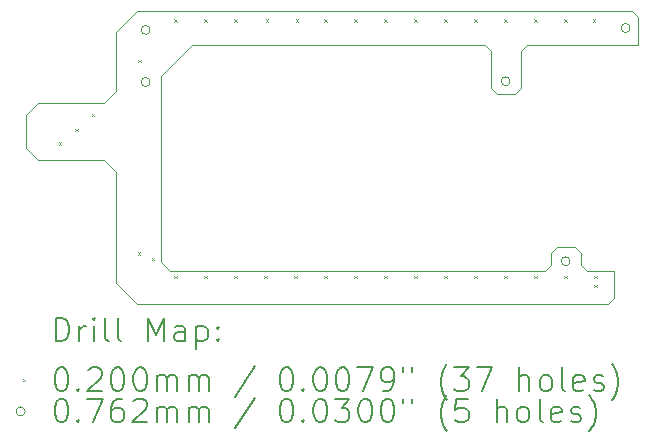
<source format=gbr>
%TF.GenerationSoftware,KiCad,Pcbnew,7.0.5-0*%
%TF.CreationDate,2023-06-17T21:21:15-07:00*%
%TF.ProjectId,JumperlessLEDboard,4a756d70-6572-46c6-9573-734c4544626f,rev?*%
%TF.SameCoordinates,Original*%
%TF.FileFunction,Drillmap*%
%TF.FilePolarity,Positive*%
%FSLAX45Y45*%
G04 Gerber Fmt 4.5, Leading zero omitted, Abs format (unit mm)*
G04 Created by KiCad (PCBNEW 7.0.5-0) date 2023-06-17 21:21:15*
%MOMM*%
%LPD*%
G01*
G04 APERTURE LIST*
%ADD10C,0.100000*%
%ADD11C,0.200000*%
%ADD12C,0.020000*%
%ADD13C,0.076200*%
G04 APERTURE END LIST*
D10*
X8597900Y-7467600D02*
X9156700Y-7467600D01*
X9436100Y-6204214D02*
X9258300Y-6382014D01*
X9639300Y-6756400D02*
X9639300Y-6801114D01*
X13195300Y-8255000D02*
X13144500Y-8204200D01*
X9258300Y-8509000D02*
X9258300Y-7569200D01*
X9906000Y-6489700D02*
X9639300Y-6756400D01*
X12433300Y-6858000D02*
X12484100Y-6908800D01*
X8496300Y-7366000D02*
X8597900Y-7467600D01*
X8496300Y-7086600D02*
X8496300Y-7366000D01*
X9258300Y-6883400D02*
X9156700Y-6985000D01*
X12433300Y-6540500D02*
X12382500Y-6489700D01*
X12941300Y-8356600D02*
X12941300Y-8255000D01*
X9436100Y-8686800D02*
X9258300Y-8509000D01*
X13627100Y-6204214D02*
X13677900Y-6255014D01*
X13474700Y-8636000D02*
X13474700Y-8407400D01*
X9156700Y-7467600D02*
X9258300Y-7569200D01*
X12687300Y-6540500D02*
X12687300Y-6858000D01*
X9258300Y-6382014D02*
X9258300Y-6654800D01*
X9436100Y-8686800D02*
X13423900Y-8686800D01*
X13474700Y-8636000D02*
X13423900Y-8686800D01*
X9639300Y-8331200D02*
X9715500Y-8407400D01*
X12433300Y-6858000D02*
X12433300Y-6540500D01*
X9258300Y-6654800D02*
X9258300Y-6883400D01*
X12941300Y-8356600D02*
X12890500Y-8407400D01*
X13195300Y-8255000D02*
X13195300Y-8356600D01*
X13246100Y-8407400D02*
X13474700Y-8407400D01*
X12687300Y-6540500D02*
X12738100Y-6489700D01*
X12992100Y-8204200D02*
X13144500Y-8204200D01*
X13195300Y-8356600D02*
X13246100Y-8407400D01*
X8597900Y-6985000D02*
X8496300Y-7086600D01*
X12941300Y-8255000D02*
X12992100Y-8204200D01*
X9906000Y-6489700D02*
X12382500Y-6489700D01*
X12890500Y-8407400D02*
X9715500Y-8407400D01*
X9639300Y-8331200D02*
X9639300Y-6801114D01*
X12636500Y-6908800D02*
X12484100Y-6908800D01*
X12687300Y-6858000D02*
X12636500Y-6908800D01*
X13677900Y-6255014D02*
X13677900Y-6489700D01*
X9156700Y-6985000D02*
X8597900Y-6985000D01*
X13627100Y-6204214D02*
X9436100Y-6204214D01*
X12738100Y-6489700D02*
X13677900Y-6489700D01*
D11*
D12*
X8778400Y-7317900D02*
X8798400Y-7337900D01*
X8798400Y-7317900D02*
X8778400Y-7337900D01*
X8918100Y-7203600D02*
X8938100Y-7223600D01*
X8938100Y-7203600D02*
X8918100Y-7223600D01*
X9057800Y-7076600D02*
X9077800Y-7096600D01*
X9077800Y-7076600D02*
X9057800Y-7096600D01*
X9447250Y-8249250D02*
X9467250Y-8269250D01*
X9467250Y-8249250D02*
X9447250Y-8269250D01*
X9451500Y-6619400D02*
X9471500Y-6639400D01*
X9471500Y-6619400D02*
X9451500Y-6639400D01*
X9565800Y-8295800D02*
X9585800Y-8315800D01*
X9585800Y-8295800D02*
X9565800Y-8315800D01*
X9756300Y-6276500D02*
X9776300Y-6296500D01*
X9776300Y-6276500D02*
X9756300Y-6296500D01*
X9756300Y-8448200D02*
X9776300Y-8468200D01*
X9776300Y-8448200D02*
X9756300Y-8468200D01*
X10010300Y-6276500D02*
X10030300Y-6296500D01*
X10030300Y-6276500D02*
X10010300Y-6296500D01*
X10010300Y-8448200D02*
X10030300Y-8468200D01*
X10030300Y-8448200D02*
X10010300Y-8468200D01*
X10264300Y-6276500D02*
X10284300Y-6296500D01*
X10284300Y-6276500D02*
X10264300Y-6296500D01*
X10264300Y-8448200D02*
X10284300Y-8468200D01*
X10284300Y-8448200D02*
X10264300Y-8468200D01*
X10518300Y-8448200D02*
X10538300Y-8468200D01*
X10538300Y-8448200D02*
X10518300Y-8468200D01*
X10531000Y-6276500D02*
X10551000Y-6296500D01*
X10551000Y-6276500D02*
X10531000Y-6296500D01*
X10772300Y-8448200D02*
X10792300Y-8468200D01*
X10792300Y-8448200D02*
X10772300Y-8468200D01*
X10785000Y-6276500D02*
X10805000Y-6296500D01*
X10805000Y-6276500D02*
X10785000Y-6296500D01*
X11026300Y-6276500D02*
X11046300Y-6296500D01*
X11046300Y-6276500D02*
X11026300Y-6296500D01*
X11026300Y-8448200D02*
X11046300Y-8468200D01*
X11046300Y-8448200D02*
X11026300Y-8468200D01*
X11280300Y-6276500D02*
X11300300Y-6296500D01*
X11300300Y-6276500D02*
X11280300Y-6296500D01*
X11280300Y-8448200D02*
X11300300Y-8468200D01*
X11300300Y-8448200D02*
X11280300Y-8468200D01*
X11534300Y-6276500D02*
X11554300Y-6296500D01*
X11554300Y-6276500D02*
X11534300Y-6296500D01*
X11534300Y-8448200D02*
X11554300Y-8468200D01*
X11554300Y-8448200D02*
X11534300Y-8468200D01*
X11788300Y-6276500D02*
X11808300Y-6296500D01*
X11808300Y-6276500D02*
X11788300Y-6296500D01*
X11788300Y-8448200D02*
X11808300Y-8468200D01*
X11808300Y-8448200D02*
X11788300Y-8468200D01*
X12042300Y-6276500D02*
X12062300Y-6296500D01*
X12062300Y-6276500D02*
X12042300Y-6296500D01*
X12042300Y-8448200D02*
X12062300Y-8468200D01*
X12062300Y-8448200D02*
X12042300Y-8468200D01*
X12296300Y-6276500D02*
X12316300Y-6296500D01*
X12316300Y-6276500D02*
X12296300Y-6296500D01*
X12296300Y-8448200D02*
X12316300Y-8468200D01*
X12316300Y-8448200D02*
X12296300Y-8468200D01*
X12550300Y-6276500D02*
X12570300Y-6296500D01*
X12570300Y-6276500D02*
X12550300Y-6296500D01*
X12550300Y-8448200D02*
X12570300Y-8468200D01*
X12570300Y-8448200D02*
X12550300Y-8468200D01*
X12804300Y-6276500D02*
X12824300Y-6296500D01*
X12824300Y-6276500D02*
X12804300Y-6296500D01*
X12804300Y-8448200D02*
X12824300Y-8468200D01*
X12824300Y-8448200D02*
X12804300Y-8468200D01*
X13058300Y-6276500D02*
X13078300Y-6296500D01*
X13078300Y-6276500D02*
X13058300Y-6296500D01*
X13058300Y-8448200D02*
X13078300Y-8468200D01*
X13078300Y-8448200D02*
X13058300Y-8468200D01*
X13299600Y-6276500D02*
X13319600Y-6296500D01*
X13319600Y-6276500D02*
X13299600Y-6296500D01*
X13312300Y-8448200D02*
X13332300Y-8468200D01*
X13332300Y-8448200D02*
X13312300Y-8468200D01*
X13312300Y-8524400D02*
X13332300Y-8544400D01*
X13332300Y-8524400D02*
X13312300Y-8544400D01*
D13*
X9550400Y-6365240D02*
G75*
G03*
X9550400Y-6365240I-38100J0D01*
G01*
X9550400Y-6807200D02*
G75*
G03*
X9550400Y-6807200I-38100J0D01*
G01*
X12598400Y-6799580D02*
G75*
G03*
X12598400Y-6799580I-38100J0D01*
G01*
X13106400Y-8323580D02*
G75*
G03*
X13106400Y-8323580I-38100J0D01*
G01*
X13614400Y-6350000D02*
G75*
G03*
X13614400Y-6350000I-38100J0D01*
G01*
D11*
X8752077Y-9003284D02*
X8752077Y-8803284D01*
X8752077Y-8803284D02*
X8799696Y-8803284D01*
X8799696Y-8803284D02*
X8828267Y-8812808D01*
X8828267Y-8812808D02*
X8847315Y-8831855D01*
X8847315Y-8831855D02*
X8856839Y-8850903D01*
X8856839Y-8850903D02*
X8866363Y-8888998D01*
X8866363Y-8888998D02*
X8866363Y-8917570D01*
X8866363Y-8917570D02*
X8856839Y-8955665D01*
X8856839Y-8955665D02*
X8847315Y-8974712D01*
X8847315Y-8974712D02*
X8828267Y-8993760D01*
X8828267Y-8993760D02*
X8799696Y-9003284D01*
X8799696Y-9003284D02*
X8752077Y-9003284D01*
X8952077Y-9003284D02*
X8952077Y-8869950D01*
X8952077Y-8908046D02*
X8961601Y-8888998D01*
X8961601Y-8888998D02*
X8971124Y-8879474D01*
X8971124Y-8879474D02*
X8990172Y-8869950D01*
X8990172Y-8869950D02*
X9009220Y-8869950D01*
X9075886Y-9003284D02*
X9075886Y-8869950D01*
X9075886Y-8803284D02*
X9066363Y-8812808D01*
X9066363Y-8812808D02*
X9075886Y-8822331D01*
X9075886Y-8822331D02*
X9085410Y-8812808D01*
X9085410Y-8812808D02*
X9075886Y-8803284D01*
X9075886Y-8803284D02*
X9075886Y-8822331D01*
X9199696Y-9003284D02*
X9180648Y-8993760D01*
X9180648Y-8993760D02*
X9171124Y-8974712D01*
X9171124Y-8974712D02*
X9171124Y-8803284D01*
X9304458Y-9003284D02*
X9285410Y-8993760D01*
X9285410Y-8993760D02*
X9275886Y-8974712D01*
X9275886Y-8974712D02*
X9275886Y-8803284D01*
X9533029Y-9003284D02*
X9533029Y-8803284D01*
X9533029Y-8803284D02*
X9599696Y-8946141D01*
X9599696Y-8946141D02*
X9666363Y-8803284D01*
X9666363Y-8803284D02*
X9666363Y-9003284D01*
X9847315Y-9003284D02*
X9847315Y-8898522D01*
X9847315Y-8898522D02*
X9837791Y-8879474D01*
X9837791Y-8879474D02*
X9818744Y-8869950D01*
X9818744Y-8869950D02*
X9780648Y-8869950D01*
X9780648Y-8869950D02*
X9761601Y-8879474D01*
X9847315Y-8993760D02*
X9828267Y-9003284D01*
X9828267Y-9003284D02*
X9780648Y-9003284D01*
X9780648Y-9003284D02*
X9761601Y-8993760D01*
X9761601Y-8993760D02*
X9752077Y-8974712D01*
X9752077Y-8974712D02*
X9752077Y-8955665D01*
X9752077Y-8955665D02*
X9761601Y-8936617D01*
X9761601Y-8936617D02*
X9780648Y-8927093D01*
X9780648Y-8927093D02*
X9828267Y-8927093D01*
X9828267Y-8927093D02*
X9847315Y-8917570D01*
X9942553Y-8869950D02*
X9942553Y-9069950D01*
X9942553Y-8879474D02*
X9961601Y-8869950D01*
X9961601Y-8869950D02*
X9999696Y-8869950D01*
X9999696Y-8869950D02*
X10018744Y-8879474D01*
X10018744Y-8879474D02*
X10028267Y-8888998D01*
X10028267Y-8888998D02*
X10037791Y-8908046D01*
X10037791Y-8908046D02*
X10037791Y-8965189D01*
X10037791Y-8965189D02*
X10028267Y-8984236D01*
X10028267Y-8984236D02*
X10018744Y-8993760D01*
X10018744Y-8993760D02*
X9999696Y-9003284D01*
X9999696Y-9003284D02*
X9961601Y-9003284D01*
X9961601Y-9003284D02*
X9942553Y-8993760D01*
X10123505Y-8984236D02*
X10133029Y-8993760D01*
X10133029Y-8993760D02*
X10123505Y-9003284D01*
X10123505Y-9003284D02*
X10113982Y-8993760D01*
X10113982Y-8993760D02*
X10123505Y-8984236D01*
X10123505Y-8984236D02*
X10123505Y-9003284D01*
X10123505Y-8879474D02*
X10133029Y-8888998D01*
X10133029Y-8888998D02*
X10123505Y-8898522D01*
X10123505Y-8898522D02*
X10113982Y-8888998D01*
X10113982Y-8888998D02*
X10123505Y-8879474D01*
X10123505Y-8879474D02*
X10123505Y-8898522D01*
D12*
X8471300Y-9321800D02*
X8491300Y-9341800D01*
X8491300Y-9321800D02*
X8471300Y-9341800D01*
D11*
X8790172Y-9223284D02*
X8809220Y-9223284D01*
X8809220Y-9223284D02*
X8828267Y-9232808D01*
X8828267Y-9232808D02*
X8837791Y-9242331D01*
X8837791Y-9242331D02*
X8847315Y-9261379D01*
X8847315Y-9261379D02*
X8856839Y-9299474D01*
X8856839Y-9299474D02*
X8856839Y-9347093D01*
X8856839Y-9347093D02*
X8847315Y-9385189D01*
X8847315Y-9385189D02*
X8837791Y-9404236D01*
X8837791Y-9404236D02*
X8828267Y-9413760D01*
X8828267Y-9413760D02*
X8809220Y-9423284D01*
X8809220Y-9423284D02*
X8790172Y-9423284D01*
X8790172Y-9423284D02*
X8771124Y-9413760D01*
X8771124Y-9413760D02*
X8761601Y-9404236D01*
X8761601Y-9404236D02*
X8752077Y-9385189D01*
X8752077Y-9385189D02*
X8742553Y-9347093D01*
X8742553Y-9347093D02*
X8742553Y-9299474D01*
X8742553Y-9299474D02*
X8752077Y-9261379D01*
X8752077Y-9261379D02*
X8761601Y-9242331D01*
X8761601Y-9242331D02*
X8771124Y-9232808D01*
X8771124Y-9232808D02*
X8790172Y-9223284D01*
X8942553Y-9404236D02*
X8952077Y-9413760D01*
X8952077Y-9413760D02*
X8942553Y-9423284D01*
X8942553Y-9423284D02*
X8933029Y-9413760D01*
X8933029Y-9413760D02*
X8942553Y-9404236D01*
X8942553Y-9404236D02*
X8942553Y-9423284D01*
X9028267Y-9242331D02*
X9037791Y-9232808D01*
X9037791Y-9232808D02*
X9056839Y-9223284D01*
X9056839Y-9223284D02*
X9104458Y-9223284D01*
X9104458Y-9223284D02*
X9123505Y-9232808D01*
X9123505Y-9232808D02*
X9133029Y-9242331D01*
X9133029Y-9242331D02*
X9142553Y-9261379D01*
X9142553Y-9261379D02*
X9142553Y-9280427D01*
X9142553Y-9280427D02*
X9133029Y-9308998D01*
X9133029Y-9308998D02*
X9018744Y-9423284D01*
X9018744Y-9423284D02*
X9142553Y-9423284D01*
X9266363Y-9223284D02*
X9285410Y-9223284D01*
X9285410Y-9223284D02*
X9304458Y-9232808D01*
X9304458Y-9232808D02*
X9313982Y-9242331D01*
X9313982Y-9242331D02*
X9323505Y-9261379D01*
X9323505Y-9261379D02*
X9333029Y-9299474D01*
X9333029Y-9299474D02*
X9333029Y-9347093D01*
X9333029Y-9347093D02*
X9323505Y-9385189D01*
X9323505Y-9385189D02*
X9313982Y-9404236D01*
X9313982Y-9404236D02*
X9304458Y-9413760D01*
X9304458Y-9413760D02*
X9285410Y-9423284D01*
X9285410Y-9423284D02*
X9266363Y-9423284D01*
X9266363Y-9423284D02*
X9247315Y-9413760D01*
X9247315Y-9413760D02*
X9237791Y-9404236D01*
X9237791Y-9404236D02*
X9228267Y-9385189D01*
X9228267Y-9385189D02*
X9218744Y-9347093D01*
X9218744Y-9347093D02*
X9218744Y-9299474D01*
X9218744Y-9299474D02*
X9228267Y-9261379D01*
X9228267Y-9261379D02*
X9237791Y-9242331D01*
X9237791Y-9242331D02*
X9247315Y-9232808D01*
X9247315Y-9232808D02*
X9266363Y-9223284D01*
X9456839Y-9223284D02*
X9475886Y-9223284D01*
X9475886Y-9223284D02*
X9494934Y-9232808D01*
X9494934Y-9232808D02*
X9504458Y-9242331D01*
X9504458Y-9242331D02*
X9513982Y-9261379D01*
X9513982Y-9261379D02*
X9523505Y-9299474D01*
X9523505Y-9299474D02*
X9523505Y-9347093D01*
X9523505Y-9347093D02*
X9513982Y-9385189D01*
X9513982Y-9385189D02*
X9504458Y-9404236D01*
X9504458Y-9404236D02*
X9494934Y-9413760D01*
X9494934Y-9413760D02*
X9475886Y-9423284D01*
X9475886Y-9423284D02*
X9456839Y-9423284D01*
X9456839Y-9423284D02*
X9437791Y-9413760D01*
X9437791Y-9413760D02*
X9428267Y-9404236D01*
X9428267Y-9404236D02*
X9418744Y-9385189D01*
X9418744Y-9385189D02*
X9409220Y-9347093D01*
X9409220Y-9347093D02*
X9409220Y-9299474D01*
X9409220Y-9299474D02*
X9418744Y-9261379D01*
X9418744Y-9261379D02*
X9428267Y-9242331D01*
X9428267Y-9242331D02*
X9437791Y-9232808D01*
X9437791Y-9232808D02*
X9456839Y-9223284D01*
X9609220Y-9423284D02*
X9609220Y-9289950D01*
X9609220Y-9308998D02*
X9618744Y-9299474D01*
X9618744Y-9299474D02*
X9637791Y-9289950D01*
X9637791Y-9289950D02*
X9666363Y-9289950D01*
X9666363Y-9289950D02*
X9685410Y-9299474D01*
X9685410Y-9299474D02*
X9694934Y-9318522D01*
X9694934Y-9318522D02*
X9694934Y-9423284D01*
X9694934Y-9318522D02*
X9704458Y-9299474D01*
X9704458Y-9299474D02*
X9723505Y-9289950D01*
X9723505Y-9289950D02*
X9752077Y-9289950D01*
X9752077Y-9289950D02*
X9771125Y-9299474D01*
X9771125Y-9299474D02*
X9780648Y-9318522D01*
X9780648Y-9318522D02*
X9780648Y-9423284D01*
X9875886Y-9423284D02*
X9875886Y-9289950D01*
X9875886Y-9308998D02*
X9885410Y-9299474D01*
X9885410Y-9299474D02*
X9904458Y-9289950D01*
X9904458Y-9289950D02*
X9933029Y-9289950D01*
X9933029Y-9289950D02*
X9952077Y-9299474D01*
X9952077Y-9299474D02*
X9961601Y-9318522D01*
X9961601Y-9318522D02*
X9961601Y-9423284D01*
X9961601Y-9318522D02*
X9971125Y-9299474D01*
X9971125Y-9299474D02*
X9990172Y-9289950D01*
X9990172Y-9289950D02*
X10018744Y-9289950D01*
X10018744Y-9289950D02*
X10037791Y-9299474D01*
X10037791Y-9299474D02*
X10047315Y-9318522D01*
X10047315Y-9318522D02*
X10047315Y-9423284D01*
X10437791Y-9213760D02*
X10266363Y-9470903D01*
X10694934Y-9223284D02*
X10713982Y-9223284D01*
X10713982Y-9223284D02*
X10733029Y-9232808D01*
X10733029Y-9232808D02*
X10742553Y-9242331D01*
X10742553Y-9242331D02*
X10752077Y-9261379D01*
X10752077Y-9261379D02*
X10761601Y-9299474D01*
X10761601Y-9299474D02*
X10761601Y-9347093D01*
X10761601Y-9347093D02*
X10752077Y-9385189D01*
X10752077Y-9385189D02*
X10742553Y-9404236D01*
X10742553Y-9404236D02*
X10733029Y-9413760D01*
X10733029Y-9413760D02*
X10713982Y-9423284D01*
X10713982Y-9423284D02*
X10694934Y-9423284D01*
X10694934Y-9423284D02*
X10675887Y-9413760D01*
X10675887Y-9413760D02*
X10666363Y-9404236D01*
X10666363Y-9404236D02*
X10656839Y-9385189D01*
X10656839Y-9385189D02*
X10647315Y-9347093D01*
X10647315Y-9347093D02*
X10647315Y-9299474D01*
X10647315Y-9299474D02*
X10656839Y-9261379D01*
X10656839Y-9261379D02*
X10666363Y-9242331D01*
X10666363Y-9242331D02*
X10675887Y-9232808D01*
X10675887Y-9232808D02*
X10694934Y-9223284D01*
X10847315Y-9404236D02*
X10856839Y-9413760D01*
X10856839Y-9413760D02*
X10847315Y-9423284D01*
X10847315Y-9423284D02*
X10837791Y-9413760D01*
X10837791Y-9413760D02*
X10847315Y-9404236D01*
X10847315Y-9404236D02*
X10847315Y-9423284D01*
X10980648Y-9223284D02*
X10999696Y-9223284D01*
X10999696Y-9223284D02*
X11018744Y-9232808D01*
X11018744Y-9232808D02*
X11028268Y-9242331D01*
X11028268Y-9242331D02*
X11037791Y-9261379D01*
X11037791Y-9261379D02*
X11047315Y-9299474D01*
X11047315Y-9299474D02*
X11047315Y-9347093D01*
X11047315Y-9347093D02*
X11037791Y-9385189D01*
X11037791Y-9385189D02*
X11028268Y-9404236D01*
X11028268Y-9404236D02*
X11018744Y-9413760D01*
X11018744Y-9413760D02*
X10999696Y-9423284D01*
X10999696Y-9423284D02*
X10980648Y-9423284D01*
X10980648Y-9423284D02*
X10961601Y-9413760D01*
X10961601Y-9413760D02*
X10952077Y-9404236D01*
X10952077Y-9404236D02*
X10942553Y-9385189D01*
X10942553Y-9385189D02*
X10933029Y-9347093D01*
X10933029Y-9347093D02*
X10933029Y-9299474D01*
X10933029Y-9299474D02*
X10942553Y-9261379D01*
X10942553Y-9261379D02*
X10952077Y-9242331D01*
X10952077Y-9242331D02*
X10961601Y-9232808D01*
X10961601Y-9232808D02*
X10980648Y-9223284D01*
X11171125Y-9223284D02*
X11190172Y-9223284D01*
X11190172Y-9223284D02*
X11209220Y-9232808D01*
X11209220Y-9232808D02*
X11218744Y-9242331D01*
X11218744Y-9242331D02*
X11228267Y-9261379D01*
X11228267Y-9261379D02*
X11237791Y-9299474D01*
X11237791Y-9299474D02*
X11237791Y-9347093D01*
X11237791Y-9347093D02*
X11228267Y-9385189D01*
X11228267Y-9385189D02*
X11218744Y-9404236D01*
X11218744Y-9404236D02*
X11209220Y-9413760D01*
X11209220Y-9413760D02*
X11190172Y-9423284D01*
X11190172Y-9423284D02*
X11171125Y-9423284D01*
X11171125Y-9423284D02*
X11152077Y-9413760D01*
X11152077Y-9413760D02*
X11142553Y-9404236D01*
X11142553Y-9404236D02*
X11133029Y-9385189D01*
X11133029Y-9385189D02*
X11123506Y-9347093D01*
X11123506Y-9347093D02*
X11123506Y-9299474D01*
X11123506Y-9299474D02*
X11133029Y-9261379D01*
X11133029Y-9261379D02*
X11142553Y-9242331D01*
X11142553Y-9242331D02*
X11152077Y-9232808D01*
X11152077Y-9232808D02*
X11171125Y-9223284D01*
X11304458Y-9223284D02*
X11437791Y-9223284D01*
X11437791Y-9223284D02*
X11352077Y-9423284D01*
X11523506Y-9423284D02*
X11561601Y-9423284D01*
X11561601Y-9423284D02*
X11580648Y-9413760D01*
X11580648Y-9413760D02*
X11590172Y-9404236D01*
X11590172Y-9404236D02*
X11609220Y-9375665D01*
X11609220Y-9375665D02*
X11618744Y-9337570D01*
X11618744Y-9337570D02*
X11618744Y-9261379D01*
X11618744Y-9261379D02*
X11609220Y-9242331D01*
X11609220Y-9242331D02*
X11599696Y-9232808D01*
X11599696Y-9232808D02*
X11580648Y-9223284D01*
X11580648Y-9223284D02*
X11542553Y-9223284D01*
X11542553Y-9223284D02*
X11523506Y-9232808D01*
X11523506Y-9232808D02*
X11513982Y-9242331D01*
X11513982Y-9242331D02*
X11504458Y-9261379D01*
X11504458Y-9261379D02*
X11504458Y-9308998D01*
X11504458Y-9308998D02*
X11513982Y-9328046D01*
X11513982Y-9328046D02*
X11523506Y-9337570D01*
X11523506Y-9337570D02*
X11542553Y-9347093D01*
X11542553Y-9347093D02*
X11580648Y-9347093D01*
X11580648Y-9347093D02*
X11599696Y-9337570D01*
X11599696Y-9337570D02*
X11609220Y-9328046D01*
X11609220Y-9328046D02*
X11618744Y-9308998D01*
X11694934Y-9223284D02*
X11694934Y-9261379D01*
X11771125Y-9223284D02*
X11771125Y-9261379D01*
X12066363Y-9499474D02*
X12056839Y-9489950D01*
X12056839Y-9489950D02*
X12037791Y-9461379D01*
X12037791Y-9461379D02*
X12028268Y-9442331D01*
X12028268Y-9442331D02*
X12018744Y-9413760D01*
X12018744Y-9413760D02*
X12009220Y-9366141D01*
X12009220Y-9366141D02*
X12009220Y-9328046D01*
X12009220Y-9328046D02*
X12018744Y-9280427D01*
X12018744Y-9280427D02*
X12028268Y-9251855D01*
X12028268Y-9251855D02*
X12037791Y-9232808D01*
X12037791Y-9232808D02*
X12056839Y-9204236D01*
X12056839Y-9204236D02*
X12066363Y-9194712D01*
X12123506Y-9223284D02*
X12247315Y-9223284D01*
X12247315Y-9223284D02*
X12180648Y-9299474D01*
X12180648Y-9299474D02*
X12209220Y-9299474D01*
X12209220Y-9299474D02*
X12228268Y-9308998D01*
X12228268Y-9308998D02*
X12237791Y-9318522D01*
X12237791Y-9318522D02*
X12247315Y-9337570D01*
X12247315Y-9337570D02*
X12247315Y-9385189D01*
X12247315Y-9385189D02*
X12237791Y-9404236D01*
X12237791Y-9404236D02*
X12228268Y-9413760D01*
X12228268Y-9413760D02*
X12209220Y-9423284D01*
X12209220Y-9423284D02*
X12152077Y-9423284D01*
X12152077Y-9423284D02*
X12133029Y-9413760D01*
X12133029Y-9413760D02*
X12123506Y-9404236D01*
X12313982Y-9223284D02*
X12447315Y-9223284D01*
X12447315Y-9223284D02*
X12361601Y-9423284D01*
X12675887Y-9423284D02*
X12675887Y-9223284D01*
X12761601Y-9423284D02*
X12761601Y-9318522D01*
X12761601Y-9318522D02*
X12752077Y-9299474D01*
X12752077Y-9299474D02*
X12733030Y-9289950D01*
X12733030Y-9289950D02*
X12704458Y-9289950D01*
X12704458Y-9289950D02*
X12685410Y-9299474D01*
X12685410Y-9299474D02*
X12675887Y-9308998D01*
X12885410Y-9423284D02*
X12866363Y-9413760D01*
X12866363Y-9413760D02*
X12856839Y-9404236D01*
X12856839Y-9404236D02*
X12847315Y-9385189D01*
X12847315Y-9385189D02*
X12847315Y-9328046D01*
X12847315Y-9328046D02*
X12856839Y-9308998D01*
X12856839Y-9308998D02*
X12866363Y-9299474D01*
X12866363Y-9299474D02*
X12885410Y-9289950D01*
X12885410Y-9289950D02*
X12913982Y-9289950D01*
X12913982Y-9289950D02*
X12933030Y-9299474D01*
X12933030Y-9299474D02*
X12942553Y-9308998D01*
X12942553Y-9308998D02*
X12952077Y-9328046D01*
X12952077Y-9328046D02*
X12952077Y-9385189D01*
X12952077Y-9385189D02*
X12942553Y-9404236D01*
X12942553Y-9404236D02*
X12933030Y-9413760D01*
X12933030Y-9413760D02*
X12913982Y-9423284D01*
X12913982Y-9423284D02*
X12885410Y-9423284D01*
X13066363Y-9423284D02*
X13047315Y-9413760D01*
X13047315Y-9413760D02*
X13037791Y-9394712D01*
X13037791Y-9394712D02*
X13037791Y-9223284D01*
X13218744Y-9413760D02*
X13199696Y-9423284D01*
X13199696Y-9423284D02*
X13161601Y-9423284D01*
X13161601Y-9423284D02*
X13142553Y-9413760D01*
X13142553Y-9413760D02*
X13133030Y-9394712D01*
X13133030Y-9394712D02*
X13133030Y-9318522D01*
X13133030Y-9318522D02*
X13142553Y-9299474D01*
X13142553Y-9299474D02*
X13161601Y-9289950D01*
X13161601Y-9289950D02*
X13199696Y-9289950D01*
X13199696Y-9289950D02*
X13218744Y-9299474D01*
X13218744Y-9299474D02*
X13228268Y-9318522D01*
X13228268Y-9318522D02*
X13228268Y-9337570D01*
X13228268Y-9337570D02*
X13133030Y-9356617D01*
X13304458Y-9413760D02*
X13323506Y-9423284D01*
X13323506Y-9423284D02*
X13361601Y-9423284D01*
X13361601Y-9423284D02*
X13380649Y-9413760D01*
X13380649Y-9413760D02*
X13390172Y-9394712D01*
X13390172Y-9394712D02*
X13390172Y-9385189D01*
X13390172Y-9385189D02*
X13380649Y-9366141D01*
X13380649Y-9366141D02*
X13361601Y-9356617D01*
X13361601Y-9356617D02*
X13333030Y-9356617D01*
X13333030Y-9356617D02*
X13313982Y-9347093D01*
X13313982Y-9347093D02*
X13304458Y-9328046D01*
X13304458Y-9328046D02*
X13304458Y-9318522D01*
X13304458Y-9318522D02*
X13313982Y-9299474D01*
X13313982Y-9299474D02*
X13333030Y-9289950D01*
X13333030Y-9289950D02*
X13361601Y-9289950D01*
X13361601Y-9289950D02*
X13380649Y-9299474D01*
X13456839Y-9499474D02*
X13466363Y-9489950D01*
X13466363Y-9489950D02*
X13485411Y-9461379D01*
X13485411Y-9461379D02*
X13494934Y-9442331D01*
X13494934Y-9442331D02*
X13504458Y-9413760D01*
X13504458Y-9413760D02*
X13513982Y-9366141D01*
X13513982Y-9366141D02*
X13513982Y-9328046D01*
X13513982Y-9328046D02*
X13504458Y-9280427D01*
X13504458Y-9280427D02*
X13494934Y-9251855D01*
X13494934Y-9251855D02*
X13485411Y-9232808D01*
X13485411Y-9232808D02*
X13466363Y-9204236D01*
X13466363Y-9204236D02*
X13456839Y-9194712D01*
D13*
X8491300Y-9595800D02*
G75*
G03*
X8491300Y-9595800I-38100J0D01*
G01*
D11*
X8790172Y-9487284D02*
X8809220Y-9487284D01*
X8809220Y-9487284D02*
X8828267Y-9496808D01*
X8828267Y-9496808D02*
X8837791Y-9506331D01*
X8837791Y-9506331D02*
X8847315Y-9525379D01*
X8847315Y-9525379D02*
X8856839Y-9563474D01*
X8856839Y-9563474D02*
X8856839Y-9611093D01*
X8856839Y-9611093D02*
X8847315Y-9649189D01*
X8847315Y-9649189D02*
X8837791Y-9668236D01*
X8837791Y-9668236D02*
X8828267Y-9677760D01*
X8828267Y-9677760D02*
X8809220Y-9687284D01*
X8809220Y-9687284D02*
X8790172Y-9687284D01*
X8790172Y-9687284D02*
X8771124Y-9677760D01*
X8771124Y-9677760D02*
X8761601Y-9668236D01*
X8761601Y-9668236D02*
X8752077Y-9649189D01*
X8752077Y-9649189D02*
X8742553Y-9611093D01*
X8742553Y-9611093D02*
X8742553Y-9563474D01*
X8742553Y-9563474D02*
X8752077Y-9525379D01*
X8752077Y-9525379D02*
X8761601Y-9506331D01*
X8761601Y-9506331D02*
X8771124Y-9496808D01*
X8771124Y-9496808D02*
X8790172Y-9487284D01*
X8942553Y-9668236D02*
X8952077Y-9677760D01*
X8952077Y-9677760D02*
X8942553Y-9687284D01*
X8942553Y-9687284D02*
X8933029Y-9677760D01*
X8933029Y-9677760D02*
X8942553Y-9668236D01*
X8942553Y-9668236D02*
X8942553Y-9687284D01*
X9018744Y-9487284D02*
X9152077Y-9487284D01*
X9152077Y-9487284D02*
X9066363Y-9687284D01*
X9313982Y-9487284D02*
X9275886Y-9487284D01*
X9275886Y-9487284D02*
X9256839Y-9496808D01*
X9256839Y-9496808D02*
X9247315Y-9506331D01*
X9247315Y-9506331D02*
X9228267Y-9534903D01*
X9228267Y-9534903D02*
X9218744Y-9572998D01*
X9218744Y-9572998D02*
X9218744Y-9649189D01*
X9218744Y-9649189D02*
X9228267Y-9668236D01*
X9228267Y-9668236D02*
X9237791Y-9677760D01*
X9237791Y-9677760D02*
X9256839Y-9687284D01*
X9256839Y-9687284D02*
X9294934Y-9687284D01*
X9294934Y-9687284D02*
X9313982Y-9677760D01*
X9313982Y-9677760D02*
X9323505Y-9668236D01*
X9323505Y-9668236D02*
X9333029Y-9649189D01*
X9333029Y-9649189D02*
X9333029Y-9601570D01*
X9333029Y-9601570D02*
X9323505Y-9582522D01*
X9323505Y-9582522D02*
X9313982Y-9572998D01*
X9313982Y-9572998D02*
X9294934Y-9563474D01*
X9294934Y-9563474D02*
X9256839Y-9563474D01*
X9256839Y-9563474D02*
X9237791Y-9572998D01*
X9237791Y-9572998D02*
X9228267Y-9582522D01*
X9228267Y-9582522D02*
X9218744Y-9601570D01*
X9409220Y-9506331D02*
X9418744Y-9496808D01*
X9418744Y-9496808D02*
X9437791Y-9487284D01*
X9437791Y-9487284D02*
X9485410Y-9487284D01*
X9485410Y-9487284D02*
X9504458Y-9496808D01*
X9504458Y-9496808D02*
X9513982Y-9506331D01*
X9513982Y-9506331D02*
X9523505Y-9525379D01*
X9523505Y-9525379D02*
X9523505Y-9544427D01*
X9523505Y-9544427D02*
X9513982Y-9572998D01*
X9513982Y-9572998D02*
X9399696Y-9687284D01*
X9399696Y-9687284D02*
X9523505Y-9687284D01*
X9609220Y-9687284D02*
X9609220Y-9553950D01*
X9609220Y-9572998D02*
X9618744Y-9563474D01*
X9618744Y-9563474D02*
X9637791Y-9553950D01*
X9637791Y-9553950D02*
X9666363Y-9553950D01*
X9666363Y-9553950D02*
X9685410Y-9563474D01*
X9685410Y-9563474D02*
X9694934Y-9582522D01*
X9694934Y-9582522D02*
X9694934Y-9687284D01*
X9694934Y-9582522D02*
X9704458Y-9563474D01*
X9704458Y-9563474D02*
X9723505Y-9553950D01*
X9723505Y-9553950D02*
X9752077Y-9553950D01*
X9752077Y-9553950D02*
X9771125Y-9563474D01*
X9771125Y-9563474D02*
X9780648Y-9582522D01*
X9780648Y-9582522D02*
X9780648Y-9687284D01*
X9875886Y-9687284D02*
X9875886Y-9553950D01*
X9875886Y-9572998D02*
X9885410Y-9563474D01*
X9885410Y-9563474D02*
X9904458Y-9553950D01*
X9904458Y-9553950D02*
X9933029Y-9553950D01*
X9933029Y-9553950D02*
X9952077Y-9563474D01*
X9952077Y-9563474D02*
X9961601Y-9582522D01*
X9961601Y-9582522D02*
X9961601Y-9687284D01*
X9961601Y-9582522D02*
X9971125Y-9563474D01*
X9971125Y-9563474D02*
X9990172Y-9553950D01*
X9990172Y-9553950D02*
X10018744Y-9553950D01*
X10018744Y-9553950D02*
X10037791Y-9563474D01*
X10037791Y-9563474D02*
X10047315Y-9582522D01*
X10047315Y-9582522D02*
X10047315Y-9687284D01*
X10437791Y-9477760D02*
X10266363Y-9734903D01*
X10694934Y-9487284D02*
X10713982Y-9487284D01*
X10713982Y-9487284D02*
X10733029Y-9496808D01*
X10733029Y-9496808D02*
X10742553Y-9506331D01*
X10742553Y-9506331D02*
X10752077Y-9525379D01*
X10752077Y-9525379D02*
X10761601Y-9563474D01*
X10761601Y-9563474D02*
X10761601Y-9611093D01*
X10761601Y-9611093D02*
X10752077Y-9649189D01*
X10752077Y-9649189D02*
X10742553Y-9668236D01*
X10742553Y-9668236D02*
X10733029Y-9677760D01*
X10733029Y-9677760D02*
X10713982Y-9687284D01*
X10713982Y-9687284D02*
X10694934Y-9687284D01*
X10694934Y-9687284D02*
X10675887Y-9677760D01*
X10675887Y-9677760D02*
X10666363Y-9668236D01*
X10666363Y-9668236D02*
X10656839Y-9649189D01*
X10656839Y-9649189D02*
X10647315Y-9611093D01*
X10647315Y-9611093D02*
X10647315Y-9563474D01*
X10647315Y-9563474D02*
X10656839Y-9525379D01*
X10656839Y-9525379D02*
X10666363Y-9506331D01*
X10666363Y-9506331D02*
X10675887Y-9496808D01*
X10675887Y-9496808D02*
X10694934Y-9487284D01*
X10847315Y-9668236D02*
X10856839Y-9677760D01*
X10856839Y-9677760D02*
X10847315Y-9687284D01*
X10847315Y-9687284D02*
X10837791Y-9677760D01*
X10837791Y-9677760D02*
X10847315Y-9668236D01*
X10847315Y-9668236D02*
X10847315Y-9687284D01*
X10980648Y-9487284D02*
X10999696Y-9487284D01*
X10999696Y-9487284D02*
X11018744Y-9496808D01*
X11018744Y-9496808D02*
X11028268Y-9506331D01*
X11028268Y-9506331D02*
X11037791Y-9525379D01*
X11037791Y-9525379D02*
X11047315Y-9563474D01*
X11047315Y-9563474D02*
X11047315Y-9611093D01*
X11047315Y-9611093D02*
X11037791Y-9649189D01*
X11037791Y-9649189D02*
X11028268Y-9668236D01*
X11028268Y-9668236D02*
X11018744Y-9677760D01*
X11018744Y-9677760D02*
X10999696Y-9687284D01*
X10999696Y-9687284D02*
X10980648Y-9687284D01*
X10980648Y-9687284D02*
X10961601Y-9677760D01*
X10961601Y-9677760D02*
X10952077Y-9668236D01*
X10952077Y-9668236D02*
X10942553Y-9649189D01*
X10942553Y-9649189D02*
X10933029Y-9611093D01*
X10933029Y-9611093D02*
X10933029Y-9563474D01*
X10933029Y-9563474D02*
X10942553Y-9525379D01*
X10942553Y-9525379D02*
X10952077Y-9506331D01*
X10952077Y-9506331D02*
X10961601Y-9496808D01*
X10961601Y-9496808D02*
X10980648Y-9487284D01*
X11113982Y-9487284D02*
X11237791Y-9487284D01*
X11237791Y-9487284D02*
X11171125Y-9563474D01*
X11171125Y-9563474D02*
X11199696Y-9563474D01*
X11199696Y-9563474D02*
X11218744Y-9572998D01*
X11218744Y-9572998D02*
X11228267Y-9582522D01*
X11228267Y-9582522D02*
X11237791Y-9601570D01*
X11237791Y-9601570D02*
X11237791Y-9649189D01*
X11237791Y-9649189D02*
X11228267Y-9668236D01*
X11228267Y-9668236D02*
X11218744Y-9677760D01*
X11218744Y-9677760D02*
X11199696Y-9687284D01*
X11199696Y-9687284D02*
X11142553Y-9687284D01*
X11142553Y-9687284D02*
X11123506Y-9677760D01*
X11123506Y-9677760D02*
X11113982Y-9668236D01*
X11361601Y-9487284D02*
X11380648Y-9487284D01*
X11380648Y-9487284D02*
X11399696Y-9496808D01*
X11399696Y-9496808D02*
X11409220Y-9506331D01*
X11409220Y-9506331D02*
X11418744Y-9525379D01*
X11418744Y-9525379D02*
X11428267Y-9563474D01*
X11428267Y-9563474D02*
X11428267Y-9611093D01*
X11428267Y-9611093D02*
X11418744Y-9649189D01*
X11418744Y-9649189D02*
X11409220Y-9668236D01*
X11409220Y-9668236D02*
X11399696Y-9677760D01*
X11399696Y-9677760D02*
X11380648Y-9687284D01*
X11380648Y-9687284D02*
X11361601Y-9687284D01*
X11361601Y-9687284D02*
X11342553Y-9677760D01*
X11342553Y-9677760D02*
X11333029Y-9668236D01*
X11333029Y-9668236D02*
X11323506Y-9649189D01*
X11323506Y-9649189D02*
X11313982Y-9611093D01*
X11313982Y-9611093D02*
X11313982Y-9563474D01*
X11313982Y-9563474D02*
X11323506Y-9525379D01*
X11323506Y-9525379D02*
X11333029Y-9506331D01*
X11333029Y-9506331D02*
X11342553Y-9496808D01*
X11342553Y-9496808D02*
X11361601Y-9487284D01*
X11552077Y-9487284D02*
X11571125Y-9487284D01*
X11571125Y-9487284D02*
X11590172Y-9496808D01*
X11590172Y-9496808D02*
X11599696Y-9506331D01*
X11599696Y-9506331D02*
X11609220Y-9525379D01*
X11609220Y-9525379D02*
X11618744Y-9563474D01*
X11618744Y-9563474D02*
X11618744Y-9611093D01*
X11618744Y-9611093D02*
X11609220Y-9649189D01*
X11609220Y-9649189D02*
X11599696Y-9668236D01*
X11599696Y-9668236D02*
X11590172Y-9677760D01*
X11590172Y-9677760D02*
X11571125Y-9687284D01*
X11571125Y-9687284D02*
X11552077Y-9687284D01*
X11552077Y-9687284D02*
X11533029Y-9677760D01*
X11533029Y-9677760D02*
X11523506Y-9668236D01*
X11523506Y-9668236D02*
X11513982Y-9649189D01*
X11513982Y-9649189D02*
X11504458Y-9611093D01*
X11504458Y-9611093D02*
X11504458Y-9563474D01*
X11504458Y-9563474D02*
X11513982Y-9525379D01*
X11513982Y-9525379D02*
X11523506Y-9506331D01*
X11523506Y-9506331D02*
X11533029Y-9496808D01*
X11533029Y-9496808D02*
X11552077Y-9487284D01*
X11694934Y-9487284D02*
X11694934Y-9525379D01*
X11771125Y-9487284D02*
X11771125Y-9525379D01*
X12066363Y-9763474D02*
X12056839Y-9753950D01*
X12056839Y-9753950D02*
X12037791Y-9725379D01*
X12037791Y-9725379D02*
X12028268Y-9706331D01*
X12028268Y-9706331D02*
X12018744Y-9677760D01*
X12018744Y-9677760D02*
X12009220Y-9630141D01*
X12009220Y-9630141D02*
X12009220Y-9592046D01*
X12009220Y-9592046D02*
X12018744Y-9544427D01*
X12018744Y-9544427D02*
X12028268Y-9515855D01*
X12028268Y-9515855D02*
X12037791Y-9496808D01*
X12037791Y-9496808D02*
X12056839Y-9468236D01*
X12056839Y-9468236D02*
X12066363Y-9458712D01*
X12237791Y-9487284D02*
X12142553Y-9487284D01*
X12142553Y-9487284D02*
X12133029Y-9582522D01*
X12133029Y-9582522D02*
X12142553Y-9572998D01*
X12142553Y-9572998D02*
X12161601Y-9563474D01*
X12161601Y-9563474D02*
X12209220Y-9563474D01*
X12209220Y-9563474D02*
X12228268Y-9572998D01*
X12228268Y-9572998D02*
X12237791Y-9582522D01*
X12237791Y-9582522D02*
X12247315Y-9601570D01*
X12247315Y-9601570D02*
X12247315Y-9649189D01*
X12247315Y-9649189D02*
X12237791Y-9668236D01*
X12237791Y-9668236D02*
X12228268Y-9677760D01*
X12228268Y-9677760D02*
X12209220Y-9687284D01*
X12209220Y-9687284D02*
X12161601Y-9687284D01*
X12161601Y-9687284D02*
X12142553Y-9677760D01*
X12142553Y-9677760D02*
X12133029Y-9668236D01*
X12485410Y-9687284D02*
X12485410Y-9487284D01*
X12571125Y-9687284D02*
X12571125Y-9582522D01*
X12571125Y-9582522D02*
X12561601Y-9563474D01*
X12561601Y-9563474D02*
X12542553Y-9553950D01*
X12542553Y-9553950D02*
X12513982Y-9553950D01*
X12513982Y-9553950D02*
X12494934Y-9563474D01*
X12494934Y-9563474D02*
X12485410Y-9572998D01*
X12694934Y-9687284D02*
X12675887Y-9677760D01*
X12675887Y-9677760D02*
X12666363Y-9668236D01*
X12666363Y-9668236D02*
X12656839Y-9649189D01*
X12656839Y-9649189D02*
X12656839Y-9592046D01*
X12656839Y-9592046D02*
X12666363Y-9572998D01*
X12666363Y-9572998D02*
X12675887Y-9563474D01*
X12675887Y-9563474D02*
X12694934Y-9553950D01*
X12694934Y-9553950D02*
X12723506Y-9553950D01*
X12723506Y-9553950D02*
X12742553Y-9563474D01*
X12742553Y-9563474D02*
X12752077Y-9572998D01*
X12752077Y-9572998D02*
X12761601Y-9592046D01*
X12761601Y-9592046D02*
X12761601Y-9649189D01*
X12761601Y-9649189D02*
X12752077Y-9668236D01*
X12752077Y-9668236D02*
X12742553Y-9677760D01*
X12742553Y-9677760D02*
X12723506Y-9687284D01*
X12723506Y-9687284D02*
X12694934Y-9687284D01*
X12875887Y-9687284D02*
X12856839Y-9677760D01*
X12856839Y-9677760D02*
X12847315Y-9658712D01*
X12847315Y-9658712D02*
X12847315Y-9487284D01*
X13028268Y-9677760D02*
X13009220Y-9687284D01*
X13009220Y-9687284D02*
X12971125Y-9687284D01*
X12971125Y-9687284D02*
X12952077Y-9677760D01*
X12952077Y-9677760D02*
X12942553Y-9658712D01*
X12942553Y-9658712D02*
X12942553Y-9582522D01*
X12942553Y-9582522D02*
X12952077Y-9563474D01*
X12952077Y-9563474D02*
X12971125Y-9553950D01*
X12971125Y-9553950D02*
X13009220Y-9553950D01*
X13009220Y-9553950D02*
X13028268Y-9563474D01*
X13028268Y-9563474D02*
X13037791Y-9582522D01*
X13037791Y-9582522D02*
X13037791Y-9601570D01*
X13037791Y-9601570D02*
X12942553Y-9620617D01*
X13113982Y-9677760D02*
X13133030Y-9687284D01*
X13133030Y-9687284D02*
X13171125Y-9687284D01*
X13171125Y-9687284D02*
X13190172Y-9677760D01*
X13190172Y-9677760D02*
X13199696Y-9658712D01*
X13199696Y-9658712D02*
X13199696Y-9649189D01*
X13199696Y-9649189D02*
X13190172Y-9630141D01*
X13190172Y-9630141D02*
X13171125Y-9620617D01*
X13171125Y-9620617D02*
X13142553Y-9620617D01*
X13142553Y-9620617D02*
X13123506Y-9611093D01*
X13123506Y-9611093D02*
X13113982Y-9592046D01*
X13113982Y-9592046D02*
X13113982Y-9582522D01*
X13113982Y-9582522D02*
X13123506Y-9563474D01*
X13123506Y-9563474D02*
X13142553Y-9553950D01*
X13142553Y-9553950D02*
X13171125Y-9553950D01*
X13171125Y-9553950D02*
X13190172Y-9563474D01*
X13266363Y-9763474D02*
X13275887Y-9753950D01*
X13275887Y-9753950D02*
X13294934Y-9725379D01*
X13294934Y-9725379D02*
X13304458Y-9706331D01*
X13304458Y-9706331D02*
X13313982Y-9677760D01*
X13313982Y-9677760D02*
X13323506Y-9630141D01*
X13323506Y-9630141D02*
X13323506Y-9592046D01*
X13323506Y-9592046D02*
X13313982Y-9544427D01*
X13313982Y-9544427D02*
X13304458Y-9515855D01*
X13304458Y-9515855D02*
X13294934Y-9496808D01*
X13294934Y-9496808D02*
X13275887Y-9468236D01*
X13275887Y-9468236D02*
X13266363Y-9458712D01*
M02*

</source>
